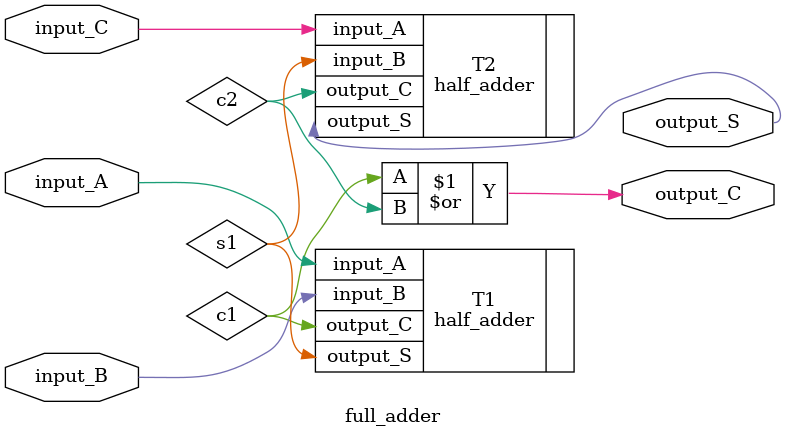
<source format=v>
`timescale 1ns / 1ps
module full_adder(
    input input_A,
    input input_B,
    input input_C,
    output output_S,
    output output_C
    );
	
		wire s1, c1;
	
		half_adder T1(.input_A(input_A), .input_B(input_B), .output_S(s1), .output_C(c1));
		half_adder T2(.input_A(input_C), .input_B(s1), .output_S(output_S), .output_C(c2));
		or T3(output_C, c1, c2);

endmodule

</source>
